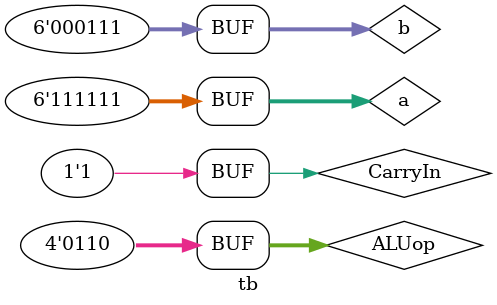
<source format=v>
module tb
(
);

reg [5:0] a;
reg [5:0] b; 
reg CarryIn;
reg[3:0] ALUop;
wire [5:0] Result;
wire CarryOut;

ALU_6_bit alu
(	
	.a(a),
	.b(b),
	.CarryIn(CarryIn),
	.ALUop(ALUop),
	.Result(Result),
	.CarryOut(CarryOut)
);
	
	initial 
	begin
	a = 6'b111111;
	b = 6'b000111;
	CarryIn = 1'b0;
	
	ALUop = 4'b0000; //And
	#100 ALUop = 4'b0001; //OR
	#100 ALUop = 4'b0010; //Add
	#100 ALUop = 4'b1100; //NOR
	
	#100 ALUop = 4'b0110; //Subtract
	CarryIn = 1'b1;
	
	end
	
	
	initial
	$monitor ("Time = ", $time, "  Operation = ", ALUop, " --------> Result = %d", Result, "  Carry Out = %d", CarryOut);
endmodule

</source>
